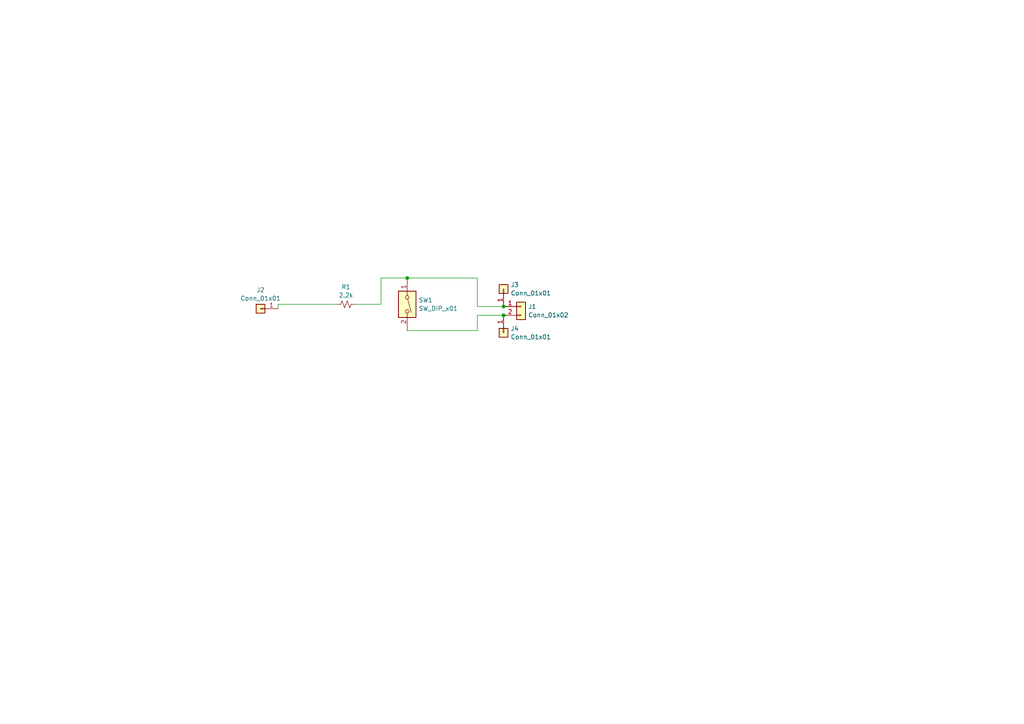
<source format=kicad_sch>
(kicad_sch (version 20231120) (generator "eeschema") (generator_version "8.0")
  (paper "A4")
  (lib_symbols
    (symbol "Connector_Generic:Conn_01x01" (pin_names (offset 1.016) hide)
      (property "Reference" "J" (at 0 2.54 0))
      (property "Value" "Conn_01x01" (at 0 -2.54 0))
      (symbol "Conn_01x01_1_1"
        (rectangle (start -1.27 0.127) (end 0 -0.127) (stroke (width 0.1524)))
        (rectangle (start -1.27 1.27) (end 1.27 -1.27) (stroke (width 0.254)) (fill (type background)))
        (pin passive line (at -5.08 0 0) (length 3.81) (name "Pin_1") (number "1"))
      )
    )
    (symbol "Connector_Generic:Conn_01x02" (pin_names (offset 1.016) hide)
      (property "Reference" "J" (at 0 2.54 0))
      (property "Value" "Conn_01x02" (at 0 -5.08 0))
      (symbol "Conn_01x02_1_1"
        (rectangle (start -1.27 -2.413) (end 0 -2.667) (stroke (width 0.1524)))
        (rectangle (start -1.27 0.127) (end 0 -0.127) (stroke (width 0.1524)))
        (rectangle (start -1.27 1.27) (end 1.27 -3.81) (stroke (width 0.254)) (fill (type background)))
        (pin passive line (at -5.08 0 0) (length 3.81) (name "Pin_1") (number "1"))
        (pin passive line (at -5.08 -2.54 0) (length 3.81) (name "Pin_2") (number "2"))
      )
    )
    (symbol "Device:R_Small_US" (pin_numbers hide) (pin_names (offset 0.254) hide)
      (property "Reference" "R" (at 0.762 0.508 0))
      (property "Value" "R_Small_US" (at 0.762 -1.016 0))
      (symbol "R_Small_US_1_1"
        (polyline (pts (xy 0 0) (xy 1.016 -0.381) (xy 0 -0.762) (xy -1.016 -1.143) (xy 0 -1.524)))
        (polyline (pts (xy 0 1.524) (xy 1.016 1.143) (xy 0 0.762) (xy -1.016 0.381) (xy 0 0)))
        (pin passive line (at 0 2.54 270) (length 1.016) (name "~") (number "1"))
        (pin passive line (at 0 -2.54 90) (length 1.016) (name "~") (number "2"))
      )
    )
    (symbol "Switch:SW_DIP_x01" (pin_names (offset 0) hide)
      (property "Reference" "SW" (at 0 3.81 0))
      (property "Value" "SW_DIP_x01" (at 0 -3.81 0))
      (symbol "SW_DIP_x01_0_0"
        (circle (center -2.032 0) (radius 0.508))
        (polyline (pts (xy -1.524 0.127) (xy 2.3622 1.1684)))
        (circle (center 2.032 0) (radius 0.508))
      )
      (symbol "SW_DIP_x01_0_1"
        (rectangle (start -3.81 2.54) (end 3.81 -2.54) (stroke (width 0.254)) (fill (type background)))
      )
      (symbol "SW_DIP_x01_1_1"
        (pin passive line (at -7.62 0 0) (length 5.08) (name "~") (number "1"))
        (pin passive line (at 7.62 0 180) (length 5.08) (name "~") (number "2"))
      )
    )
  )
  (junction (at 146.05 88.9))
  (junction (at 118.11 80.645))
  (junction (at 146.05 91.44))
  (wire (pts (xy 138.43 95.885) (xy 118.11 95.885)))
  (wire (pts (xy 138.43 88.9) (xy 146.05 88.9)))
  (wire (pts (xy 138.43 91.44) (xy 138.43 95.885)))
  (wire (pts (xy 146.05 91.44) (xy 138.43 91.44)))
  (wire (pts (xy 110.49 88.265) (xy 110.49 80.645)))
  (wire (pts (xy 97.79 88.265) (xy 80.645 88.265)))
  (wire (pts (xy 138.43 80.645) (xy 138.43 88.9)))
  (wire (pts (xy 110.49 80.645) (xy 118.11 80.645)))
  (wire (pts (xy 118.11 80.645) (xy 138.43 80.645)))
  (wire (pts (xy 80.645 88.265) (xy 80.645 89.535)))
  (wire (pts (xy 102.87 88.265) (xy 110.49 88.265)))
  (symbol (lib_id "Connector_Generic:Conn_01x01") (at 146.05 83.82 90) (unit 1)
    (property "Reference" "J3" (at 148.082 82.6078 90) (effects (justify right)))
    (property "Value" "Conn_01x01" (at 148.082 85.0321 90) (effects (justify right)))
    (property "Footprint" "JumperlessFootprints:Pad_Clip_Banana_Probe" (effects (hide yes)))
    (property "Description" "Generic connector, single row, 01x01, script generated (kicad-library-utils/schlib/autogen/connector/)" (effects (hide yes)))
  )
  (symbol (lib_id "Connector_Generic:Conn_01x01") (at 146.05 96.52 270) (unit 1)
    (property "Reference" "J4" (at 148.082 95.3078 90) (effects (justify left)))
    (property "Value" "Conn_01x01" (at 148.082 97.7321 90) (effects (justify left)))
    (property "Footprint" "JumperlessFootprints:Pad_Clip_Banana_Button" (effects (hide yes)))
    (property "Description" "Generic connector, single row, 01x01, script generated (kicad-library-utils/schlib/autogen/connector/)" (effects (hide yes)))
  )
  (symbol (lib_id "Connector_Generic:Conn_01x02") (at 151.13 88.9 0) (unit 1)
    (property "Reference" "J1" (at 153.162 88.9579 0) (effects (justify left)))
    (property "Value" "Conn_01x02" (at 153.162 91.3821 0) (effects (justify left)))
    (property "Footprint" "JumperlessFootprints:Probe_Header" (effects (hide yes)))
    (property "Description" "Generic connector, single row, 01x02, script generated (kicad-library-utils/schlib/autogen/connector/)" (effects (hide yes)))
  )
  (symbol (lib_id "Connector_Generic:Conn_01x01") (at 75.565 89.535 180) (unit 1)
    (property "Reference" "J2" (at 75.565 84.1207 0))
    (property "Value" "Conn_01x01" (at 75.565 86.5449 0))
    (property "Footprint" "JumperlessFootprints:ProbeNeedle" (effects (hide yes)))
    (property "Description" "Generic connector, single row, 01x01, script generated (kicad-library-utils/schlib/autogen/connector/)" (effects (hide yes)))
  )
  (symbol (lib_id "Switch:SW_DIP_x01") (at 118.11 88.265 270) (unit 1)
    (property "Reference" "SW1" (at 121.412 87.0529 90) (effects (justify left)))
    (property "Value" "SW_DIP_x01" (at 121.412 89.4771 90) (effects (justify left)))
    (property "Footprint" "JumperlessFootprints:Switch_Universal" (effects (hide yes)))
    (property "Description" "1x DIP Switch, Single Pole Single Throw (SPST) switch, small symbol" (effects (hide yes)))
  )
  (symbol (lib_id "Device:R_Small_US") (at 100.33 88.265 90) (unit 1)
    (property "Reference" "R1" (at 100.33 83.2315 90))
    (property "Value" "2.2k" (at 100.33 85.6558 90))
    (property "Footprint" "JumperlessFootprints:ResProbe" (effects (hide yes)))
    (property "Description" "Resistor, small US symbol" (effects (hide yes)))
  )
)
</source>
